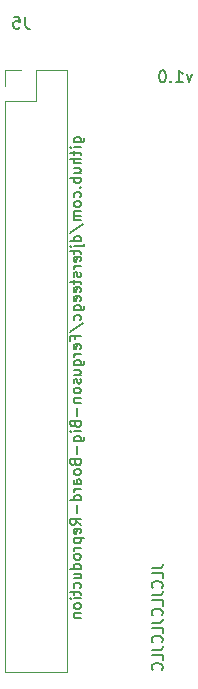
<source format=gbr>
%TF.GenerationSoftware,KiCad,Pcbnew,7.0.7*%
%TF.CreationDate,2023-09-16T00:15:51-05:00*%
%TF.ProjectId,pio-port-blinkenlights,70696f2d-706f-4727-942d-626c696e6b65,rev?*%
%TF.SameCoordinates,Original*%
%TF.FileFunction,Legend,Bot*%
%TF.FilePolarity,Positive*%
%FSLAX46Y46*%
G04 Gerber Fmt 4.6, Leading zero omitted, Abs format (unit mm)*
G04 Created by KiCad (PCBNEW 7.0.7) date 2023-09-16 00:15:51*
%MOMM*%
%LPD*%
G01*
G04 APERTURE LIST*
%ADD10C,0.150000*%
%ADD11C,0.120000*%
G04 APERTURE END LIST*
D10*
X111010458Y-61229952D02*
X110772363Y-61896619D01*
X110772363Y-61896619D02*
X110534268Y-61229952D01*
X109629506Y-61896619D02*
X110200934Y-61896619D01*
X109915220Y-61896619D02*
X109915220Y-60896619D01*
X109915220Y-60896619D02*
X110010458Y-61039476D01*
X110010458Y-61039476D02*
X110105696Y-61134714D01*
X110105696Y-61134714D02*
X110200934Y-61182333D01*
X109200934Y-61801380D02*
X109153315Y-61849000D01*
X109153315Y-61849000D02*
X109200934Y-61896619D01*
X109200934Y-61896619D02*
X109248553Y-61849000D01*
X109248553Y-61849000D02*
X109200934Y-61801380D01*
X109200934Y-61801380D02*
X109200934Y-61896619D01*
X108534268Y-60896619D02*
X108439030Y-60896619D01*
X108439030Y-60896619D02*
X108343792Y-60944238D01*
X108343792Y-60944238D02*
X108296173Y-60991857D01*
X108296173Y-60991857D02*
X108248554Y-61087095D01*
X108248554Y-61087095D02*
X108200935Y-61277571D01*
X108200935Y-61277571D02*
X108200935Y-61515666D01*
X108200935Y-61515666D02*
X108248554Y-61706142D01*
X108248554Y-61706142D02*
X108296173Y-61801380D01*
X108296173Y-61801380D02*
X108343792Y-61849000D01*
X108343792Y-61849000D02*
X108439030Y-61896619D01*
X108439030Y-61896619D02*
X108534268Y-61896619D01*
X108534268Y-61896619D02*
X108629506Y-61849000D01*
X108629506Y-61849000D02*
X108677125Y-61801380D01*
X108677125Y-61801380D02*
X108724744Y-61706142D01*
X108724744Y-61706142D02*
X108772363Y-61515666D01*
X108772363Y-61515666D02*
X108772363Y-61277571D01*
X108772363Y-61277571D02*
X108724744Y-61087095D01*
X108724744Y-61087095D02*
X108677125Y-60991857D01*
X108677125Y-60991857D02*
X108629506Y-60944238D01*
X108629506Y-60944238D02*
X108534268Y-60896619D01*
X100983657Y-66992684D02*
X101712228Y-66992684D01*
X101712228Y-66992684D02*
X101797942Y-66949826D01*
X101797942Y-66949826D02*
X101840800Y-66906969D01*
X101840800Y-66906969D02*
X101883657Y-66821255D01*
X101883657Y-66821255D02*
X101883657Y-66692684D01*
X101883657Y-66692684D02*
X101840800Y-66606969D01*
X101540800Y-66992684D02*
X101583657Y-66906969D01*
X101583657Y-66906969D02*
X101583657Y-66735541D01*
X101583657Y-66735541D02*
X101540800Y-66649826D01*
X101540800Y-66649826D02*
X101497942Y-66606969D01*
X101497942Y-66606969D02*
X101412228Y-66564112D01*
X101412228Y-66564112D02*
X101155085Y-66564112D01*
X101155085Y-66564112D02*
X101069371Y-66606969D01*
X101069371Y-66606969D02*
X101026514Y-66649826D01*
X101026514Y-66649826D02*
X100983657Y-66735541D01*
X100983657Y-66735541D02*
X100983657Y-66906969D01*
X100983657Y-66906969D02*
X101026514Y-66992684D01*
X101583657Y-67421255D02*
X100983657Y-67421255D01*
X100683657Y-67421255D02*
X100726514Y-67378398D01*
X100726514Y-67378398D02*
X100769371Y-67421255D01*
X100769371Y-67421255D02*
X100726514Y-67464112D01*
X100726514Y-67464112D02*
X100683657Y-67421255D01*
X100683657Y-67421255D02*
X100769371Y-67421255D01*
X100983657Y-67721255D02*
X100983657Y-68064112D01*
X100683657Y-67849826D02*
X101455085Y-67849826D01*
X101455085Y-67849826D02*
X101540800Y-67892683D01*
X101540800Y-67892683D02*
X101583657Y-67978398D01*
X101583657Y-67978398D02*
X101583657Y-68064112D01*
X101583657Y-68364112D02*
X100683657Y-68364112D01*
X101583657Y-68749827D02*
X101112228Y-68749827D01*
X101112228Y-68749827D02*
X101026514Y-68706969D01*
X101026514Y-68706969D02*
X100983657Y-68621255D01*
X100983657Y-68621255D02*
X100983657Y-68492684D01*
X100983657Y-68492684D02*
X101026514Y-68406969D01*
X101026514Y-68406969D02*
X101069371Y-68364112D01*
X100983657Y-69564113D02*
X101583657Y-69564113D01*
X100983657Y-69178398D02*
X101455085Y-69178398D01*
X101455085Y-69178398D02*
X101540800Y-69221255D01*
X101540800Y-69221255D02*
X101583657Y-69306970D01*
X101583657Y-69306970D02*
X101583657Y-69435541D01*
X101583657Y-69435541D02*
X101540800Y-69521255D01*
X101540800Y-69521255D02*
X101497942Y-69564113D01*
X101583657Y-69992684D02*
X100683657Y-69992684D01*
X101026514Y-69992684D02*
X100983657Y-70078399D01*
X100983657Y-70078399D02*
X100983657Y-70249827D01*
X100983657Y-70249827D02*
X101026514Y-70335541D01*
X101026514Y-70335541D02*
X101069371Y-70378399D01*
X101069371Y-70378399D02*
X101155085Y-70421256D01*
X101155085Y-70421256D02*
X101412228Y-70421256D01*
X101412228Y-70421256D02*
X101497942Y-70378399D01*
X101497942Y-70378399D02*
X101540800Y-70335541D01*
X101540800Y-70335541D02*
X101583657Y-70249827D01*
X101583657Y-70249827D02*
X101583657Y-70078399D01*
X101583657Y-70078399D02*
X101540800Y-69992684D01*
X101497942Y-70806970D02*
X101540800Y-70849827D01*
X101540800Y-70849827D02*
X101583657Y-70806970D01*
X101583657Y-70806970D02*
X101540800Y-70764113D01*
X101540800Y-70764113D02*
X101497942Y-70806970D01*
X101497942Y-70806970D02*
X101583657Y-70806970D01*
X101540800Y-71621256D02*
X101583657Y-71535541D01*
X101583657Y-71535541D02*
X101583657Y-71364113D01*
X101583657Y-71364113D02*
X101540800Y-71278398D01*
X101540800Y-71278398D02*
X101497942Y-71235541D01*
X101497942Y-71235541D02*
X101412228Y-71192684D01*
X101412228Y-71192684D02*
X101155085Y-71192684D01*
X101155085Y-71192684D02*
X101069371Y-71235541D01*
X101069371Y-71235541D02*
X101026514Y-71278398D01*
X101026514Y-71278398D02*
X100983657Y-71364113D01*
X100983657Y-71364113D02*
X100983657Y-71535541D01*
X100983657Y-71535541D02*
X101026514Y-71621256D01*
X101583657Y-72135542D02*
X101540800Y-72049827D01*
X101540800Y-72049827D02*
X101497942Y-72006970D01*
X101497942Y-72006970D02*
X101412228Y-71964113D01*
X101412228Y-71964113D02*
X101155085Y-71964113D01*
X101155085Y-71964113D02*
X101069371Y-72006970D01*
X101069371Y-72006970D02*
X101026514Y-72049827D01*
X101026514Y-72049827D02*
X100983657Y-72135542D01*
X100983657Y-72135542D02*
X100983657Y-72264113D01*
X100983657Y-72264113D02*
X101026514Y-72349827D01*
X101026514Y-72349827D02*
X101069371Y-72392685D01*
X101069371Y-72392685D02*
X101155085Y-72435542D01*
X101155085Y-72435542D02*
X101412228Y-72435542D01*
X101412228Y-72435542D02*
X101497942Y-72392685D01*
X101497942Y-72392685D02*
X101540800Y-72349827D01*
X101540800Y-72349827D02*
X101583657Y-72264113D01*
X101583657Y-72264113D02*
X101583657Y-72135542D01*
X101583657Y-72821256D02*
X100983657Y-72821256D01*
X101069371Y-72821256D02*
X101026514Y-72864113D01*
X101026514Y-72864113D02*
X100983657Y-72949828D01*
X100983657Y-72949828D02*
X100983657Y-73078399D01*
X100983657Y-73078399D02*
X101026514Y-73164113D01*
X101026514Y-73164113D02*
X101112228Y-73206971D01*
X101112228Y-73206971D02*
X101583657Y-73206971D01*
X101112228Y-73206971D02*
X101026514Y-73249828D01*
X101026514Y-73249828D02*
X100983657Y-73335542D01*
X100983657Y-73335542D02*
X100983657Y-73464113D01*
X100983657Y-73464113D02*
X101026514Y-73549828D01*
X101026514Y-73549828D02*
X101112228Y-73592685D01*
X101112228Y-73592685D02*
X101583657Y-73592685D01*
X100640800Y-74664113D02*
X101797942Y-73892685D01*
X101583657Y-75349828D02*
X100683657Y-75349828D01*
X101540800Y-75349828D02*
X101583657Y-75264113D01*
X101583657Y-75264113D02*
X101583657Y-75092685D01*
X101583657Y-75092685D02*
X101540800Y-75006970D01*
X101540800Y-75006970D02*
X101497942Y-74964113D01*
X101497942Y-74964113D02*
X101412228Y-74921256D01*
X101412228Y-74921256D02*
X101155085Y-74921256D01*
X101155085Y-74921256D02*
X101069371Y-74964113D01*
X101069371Y-74964113D02*
X101026514Y-75006970D01*
X101026514Y-75006970D02*
X100983657Y-75092685D01*
X100983657Y-75092685D02*
X100983657Y-75264113D01*
X100983657Y-75264113D02*
X101026514Y-75349828D01*
X100983657Y-75778399D02*
X101755085Y-75778399D01*
X101755085Y-75778399D02*
X101840800Y-75735542D01*
X101840800Y-75735542D02*
X101883657Y-75649828D01*
X101883657Y-75649828D02*
X101883657Y-75606971D01*
X100683657Y-75778399D02*
X100726514Y-75735542D01*
X100726514Y-75735542D02*
X100769371Y-75778399D01*
X100769371Y-75778399D02*
X100726514Y-75821256D01*
X100726514Y-75821256D02*
X100683657Y-75778399D01*
X100683657Y-75778399D02*
X100769371Y-75778399D01*
X100983657Y-76078399D02*
X100983657Y-76421256D01*
X100683657Y-76206970D02*
X101455085Y-76206970D01*
X101455085Y-76206970D02*
X101540800Y-76249827D01*
X101540800Y-76249827D02*
X101583657Y-76335542D01*
X101583657Y-76335542D02*
X101583657Y-76421256D01*
X101540800Y-77064113D02*
X101583657Y-76978399D01*
X101583657Y-76978399D02*
X101583657Y-76806971D01*
X101583657Y-76806971D02*
X101540800Y-76721256D01*
X101540800Y-76721256D02*
X101455085Y-76678399D01*
X101455085Y-76678399D02*
X101112228Y-76678399D01*
X101112228Y-76678399D02*
X101026514Y-76721256D01*
X101026514Y-76721256D02*
X100983657Y-76806971D01*
X100983657Y-76806971D02*
X100983657Y-76978399D01*
X100983657Y-76978399D02*
X101026514Y-77064113D01*
X101026514Y-77064113D02*
X101112228Y-77106971D01*
X101112228Y-77106971D02*
X101197942Y-77106971D01*
X101197942Y-77106971D02*
X101283657Y-76678399D01*
X101583657Y-77492685D02*
X100983657Y-77492685D01*
X101155085Y-77492685D02*
X101069371Y-77535542D01*
X101069371Y-77535542D02*
X101026514Y-77578400D01*
X101026514Y-77578400D02*
X100983657Y-77664114D01*
X100983657Y-77664114D02*
X100983657Y-77749828D01*
X101540800Y-78006971D02*
X101583657Y-78092685D01*
X101583657Y-78092685D02*
X101583657Y-78264114D01*
X101583657Y-78264114D02*
X101540800Y-78349828D01*
X101540800Y-78349828D02*
X101455085Y-78392685D01*
X101455085Y-78392685D02*
X101412228Y-78392685D01*
X101412228Y-78392685D02*
X101326514Y-78349828D01*
X101326514Y-78349828D02*
X101283657Y-78264114D01*
X101283657Y-78264114D02*
X101283657Y-78135543D01*
X101283657Y-78135543D02*
X101240800Y-78049828D01*
X101240800Y-78049828D02*
X101155085Y-78006971D01*
X101155085Y-78006971D02*
X101112228Y-78006971D01*
X101112228Y-78006971D02*
X101026514Y-78049828D01*
X101026514Y-78049828D02*
X100983657Y-78135543D01*
X100983657Y-78135543D02*
X100983657Y-78264114D01*
X100983657Y-78264114D02*
X101026514Y-78349828D01*
X100983657Y-78649828D02*
X100983657Y-78992685D01*
X100683657Y-78778399D02*
X101455085Y-78778399D01*
X101455085Y-78778399D02*
X101540800Y-78821256D01*
X101540800Y-78821256D02*
X101583657Y-78906971D01*
X101583657Y-78906971D02*
X101583657Y-78992685D01*
X101540800Y-79635542D02*
X101583657Y-79549828D01*
X101583657Y-79549828D02*
X101583657Y-79378400D01*
X101583657Y-79378400D02*
X101540800Y-79292685D01*
X101540800Y-79292685D02*
X101455085Y-79249828D01*
X101455085Y-79249828D02*
X101112228Y-79249828D01*
X101112228Y-79249828D02*
X101026514Y-79292685D01*
X101026514Y-79292685D02*
X100983657Y-79378400D01*
X100983657Y-79378400D02*
X100983657Y-79549828D01*
X100983657Y-79549828D02*
X101026514Y-79635542D01*
X101026514Y-79635542D02*
X101112228Y-79678400D01*
X101112228Y-79678400D02*
X101197942Y-79678400D01*
X101197942Y-79678400D02*
X101283657Y-79249828D01*
X101540800Y-80406971D02*
X101583657Y-80321257D01*
X101583657Y-80321257D02*
X101583657Y-80149829D01*
X101583657Y-80149829D02*
X101540800Y-80064114D01*
X101540800Y-80064114D02*
X101455085Y-80021257D01*
X101455085Y-80021257D02*
X101112228Y-80021257D01*
X101112228Y-80021257D02*
X101026514Y-80064114D01*
X101026514Y-80064114D02*
X100983657Y-80149829D01*
X100983657Y-80149829D02*
X100983657Y-80321257D01*
X100983657Y-80321257D02*
X101026514Y-80406971D01*
X101026514Y-80406971D02*
X101112228Y-80449829D01*
X101112228Y-80449829D02*
X101197942Y-80449829D01*
X101197942Y-80449829D02*
X101283657Y-80021257D01*
X100983657Y-81221258D02*
X101712228Y-81221258D01*
X101712228Y-81221258D02*
X101797942Y-81178400D01*
X101797942Y-81178400D02*
X101840800Y-81135543D01*
X101840800Y-81135543D02*
X101883657Y-81049829D01*
X101883657Y-81049829D02*
X101883657Y-80921258D01*
X101883657Y-80921258D02*
X101840800Y-80835543D01*
X101540800Y-81221258D02*
X101583657Y-81135543D01*
X101583657Y-81135543D02*
X101583657Y-80964115D01*
X101583657Y-80964115D02*
X101540800Y-80878400D01*
X101540800Y-80878400D02*
X101497942Y-80835543D01*
X101497942Y-80835543D02*
X101412228Y-80792686D01*
X101412228Y-80792686D02*
X101155085Y-80792686D01*
X101155085Y-80792686D02*
X101069371Y-80835543D01*
X101069371Y-80835543D02*
X101026514Y-80878400D01*
X101026514Y-80878400D02*
X100983657Y-80964115D01*
X100983657Y-80964115D02*
X100983657Y-81135543D01*
X100983657Y-81135543D02*
X101026514Y-81221258D01*
X101540800Y-82035544D02*
X101583657Y-81949829D01*
X101583657Y-81949829D02*
X101583657Y-81778401D01*
X101583657Y-81778401D02*
X101540800Y-81692686D01*
X101540800Y-81692686D02*
X101497942Y-81649829D01*
X101497942Y-81649829D02*
X101412228Y-81606972D01*
X101412228Y-81606972D02*
X101155085Y-81606972D01*
X101155085Y-81606972D02*
X101069371Y-81649829D01*
X101069371Y-81649829D02*
X101026514Y-81692686D01*
X101026514Y-81692686D02*
X100983657Y-81778401D01*
X100983657Y-81778401D02*
X100983657Y-81949829D01*
X100983657Y-81949829D02*
X101026514Y-82035544D01*
X100640800Y-83064115D02*
X101797942Y-82292687D01*
X101112228Y-83664115D02*
X101112228Y-83364115D01*
X101583657Y-83364115D02*
X100683657Y-83364115D01*
X100683657Y-83364115D02*
X100683657Y-83792687D01*
X101540800Y-84478401D02*
X101583657Y-84392687D01*
X101583657Y-84392687D02*
X101583657Y-84221259D01*
X101583657Y-84221259D02*
X101540800Y-84135544D01*
X101540800Y-84135544D02*
X101455085Y-84092687D01*
X101455085Y-84092687D02*
X101112228Y-84092687D01*
X101112228Y-84092687D02*
X101026514Y-84135544D01*
X101026514Y-84135544D02*
X100983657Y-84221259D01*
X100983657Y-84221259D02*
X100983657Y-84392687D01*
X100983657Y-84392687D02*
X101026514Y-84478401D01*
X101026514Y-84478401D02*
X101112228Y-84521259D01*
X101112228Y-84521259D02*
X101197942Y-84521259D01*
X101197942Y-84521259D02*
X101283657Y-84092687D01*
X101583657Y-84906973D02*
X100983657Y-84906973D01*
X101155085Y-84906973D02*
X101069371Y-84949830D01*
X101069371Y-84949830D02*
X101026514Y-84992688D01*
X101026514Y-84992688D02*
X100983657Y-85078402D01*
X100983657Y-85078402D02*
X100983657Y-85164116D01*
X100983657Y-85849831D02*
X101712228Y-85849831D01*
X101712228Y-85849831D02*
X101797942Y-85806973D01*
X101797942Y-85806973D02*
X101840800Y-85764116D01*
X101840800Y-85764116D02*
X101883657Y-85678402D01*
X101883657Y-85678402D02*
X101883657Y-85549831D01*
X101883657Y-85549831D02*
X101840800Y-85464116D01*
X101540800Y-85849831D02*
X101583657Y-85764116D01*
X101583657Y-85764116D02*
X101583657Y-85592688D01*
X101583657Y-85592688D02*
X101540800Y-85506973D01*
X101540800Y-85506973D02*
X101497942Y-85464116D01*
X101497942Y-85464116D02*
X101412228Y-85421259D01*
X101412228Y-85421259D02*
X101155085Y-85421259D01*
X101155085Y-85421259D02*
X101069371Y-85464116D01*
X101069371Y-85464116D02*
X101026514Y-85506973D01*
X101026514Y-85506973D02*
X100983657Y-85592688D01*
X100983657Y-85592688D02*
X100983657Y-85764116D01*
X100983657Y-85764116D02*
X101026514Y-85849831D01*
X100983657Y-86664117D02*
X101583657Y-86664117D01*
X100983657Y-86278402D02*
X101455085Y-86278402D01*
X101455085Y-86278402D02*
X101540800Y-86321259D01*
X101540800Y-86321259D02*
X101583657Y-86406974D01*
X101583657Y-86406974D02*
X101583657Y-86535545D01*
X101583657Y-86535545D02*
X101540800Y-86621259D01*
X101540800Y-86621259D02*
X101497942Y-86664117D01*
X101540800Y-87049831D02*
X101583657Y-87135545D01*
X101583657Y-87135545D02*
X101583657Y-87306974D01*
X101583657Y-87306974D02*
X101540800Y-87392688D01*
X101540800Y-87392688D02*
X101455085Y-87435545D01*
X101455085Y-87435545D02*
X101412228Y-87435545D01*
X101412228Y-87435545D02*
X101326514Y-87392688D01*
X101326514Y-87392688D02*
X101283657Y-87306974D01*
X101283657Y-87306974D02*
X101283657Y-87178403D01*
X101283657Y-87178403D02*
X101240800Y-87092688D01*
X101240800Y-87092688D02*
X101155085Y-87049831D01*
X101155085Y-87049831D02*
X101112228Y-87049831D01*
X101112228Y-87049831D02*
X101026514Y-87092688D01*
X101026514Y-87092688D02*
X100983657Y-87178403D01*
X100983657Y-87178403D02*
X100983657Y-87306974D01*
X100983657Y-87306974D02*
X101026514Y-87392688D01*
X101583657Y-87949831D02*
X101540800Y-87864116D01*
X101540800Y-87864116D02*
X101497942Y-87821259D01*
X101497942Y-87821259D02*
X101412228Y-87778402D01*
X101412228Y-87778402D02*
X101155085Y-87778402D01*
X101155085Y-87778402D02*
X101069371Y-87821259D01*
X101069371Y-87821259D02*
X101026514Y-87864116D01*
X101026514Y-87864116D02*
X100983657Y-87949831D01*
X100983657Y-87949831D02*
X100983657Y-88078402D01*
X100983657Y-88078402D02*
X101026514Y-88164116D01*
X101026514Y-88164116D02*
X101069371Y-88206974D01*
X101069371Y-88206974D02*
X101155085Y-88249831D01*
X101155085Y-88249831D02*
X101412228Y-88249831D01*
X101412228Y-88249831D02*
X101497942Y-88206974D01*
X101497942Y-88206974D02*
X101540800Y-88164116D01*
X101540800Y-88164116D02*
X101583657Y-88078402D01*
X101583657Y-88078402D02*
X101583657Y-87949831D01*
X100983657Y-88635545D02*
X101583657Y-88635545D01*
X101069371Y-88635545D02*
X101026514Y-88678402D01*
X101026514Y-88678402D02*
X100983657Y-88764117D01*
X100983657Y-88764117D02*
X100983657Y-88892688D01*
X100983657Y-88892688D02*
X101026514Y-88978402D01*
X101026514Y-88978402D02*
X101112228Y-89021260D01*
X101112228Y-89021260D02*
X101583657Y-89021260D01*
X101240800Y-89449831D02*
X101240800Y-90135546D01*
X101112228Y-90864117D02*
X101155085Y-90992689D01*
X101155085Y-90992689D02*
X101197942Y-91035546D01*
X101197942Y-91035546D02*
X101283657Y-91078403D01*
X101283657Y-91078403D02*
X101412228Y-91078403D01*
X101412228Y-91078403D02*
X101497942Y-91035546D01*
X101497942Y-91035546D02*
X101540800Y-90992689D01*
X101540800Y-90992689D02*
X101583657Y-90906974D01*
X101583657Y-90906974D02*
X101583657Y-90564117D01*
X101583657Y-90564117D02*
X100683657Y-90564117D01*
X100683657Y-90564117D02*
X100683657Y-90864117D01*
X100683657Y-90864117D02*
X100726514Y-90949832D01*
X100726514Y-90949832D02*
X100769371Y-90992689D01*
X100769371Y-90992689D02*
X100855085Y-91035546D01*
X100855085Y-91035546D02*
X100940800Y-91035546D01*
X100940800Y-91035546D02*
X101026514Y-90992689D01*
X101026514Y-90992689D02*
X101069371Y-90949832D01*
X101069371Y-90949832D02*
X101112228Y-90864117D01*
X101112228Y-90864117D02*
X101112228Y-90564117D01*
X101583657Y-91464117D02*
X100983657Y-91464117D01*
X100683657Y-91464117D02*
X100726514Y-91421260D01*
X100726514Y-91421260D02*
X100769371Y-91464117D01*
X100769371Y-91464117D02*
X100726514Y-91506974D01*
X100726514Y-91506974D02*
X100683657Y-91464117D01*
X100683657Y-91464117D02*
X100769371Y-91464117D01*
X100983657Y-92278403D02*
X101712228Y-92278403D01*
X101712228Y-92278403D02*
X101797942Y-92235545D01*
X101797942Y-92235545D02*
X101840800Y-92192688D01*
X101840800Y-92192688D02*
X101883657Y-92106974D01*
X101883657Y-92106974D02*
X101883657Y-91978403D01*
X101883657Y-91978403D02*
X101840800Y-91892688D01*
X101540800Y-92278403D02*
X101583657Y-92192688D01*
X101583657Y-92192688D02*
X101583657Y-92021260D01*
X101583657Y-92021260D02*
X101540800Y-91935545D01*
X101540800Y-91935545D02*
X101497942Y-91892688D01*
X101497942Y-91892688D02*
X101412228Y-91849831D01*
X101412228Y-91849831D02*
X101155085Y-91849831D01*
X101155085Y-91849831D02*
X101069371Y-91892688D01*
X101069371Y-91892688D02*
X101026514Y-91935545D01*
X101026514Y-91935545D02*
X100983657Y-92021260D01*
X100983657Y-92021260D02*
X100983657Y-92192688D01*
X100983657Y-92192688D02*
X101026514Y-92278403D01*
X101240800Y-92706974D02*
X101240800Y-93392689D01*
X101112228Y-94121260D02*
X101155085Y-94249832D01*
X101155085Y-94249832D02*
X101197942Y-94292689D01*
X101197942Y-94292689D02*
X101283657Y-94335546D01*
X101283657Y-94335546D02*
X101412228Y-94335546D01*
X101412228Y-94335546D02*
X101497942Y-94292689D01*
X101497942Y-94292689D02*
X101540800Y-94249832D01*
X101540800Y-94249832D02*
X101583657Y-94164117D01*
X101583657Y-94164117D02*
X101583657Y-93821260D01*
X101583657Y-93821260D02*
X100683657Y-93821260D01*
X100683657Y-93821260D02*
X100683657Y-94121260D01*
X100683657Y-94121260D02*
X100726514Y-94206975D01*
X100726514Y-94206975D02*
X100769371Y-94249832D01*
X100769371Y-94249832D02*
X100855085Y-94292689D01*
X100855085Y-94292689D02*
X100940800Y-94292689D01*
X100940800Y-94292689D02*
X101026514Y-94249832D01*
X101026514Y-94249832D02*
X101069371Y-94206975D01*
X101069371Y-94206975D02*
X101112228Y-94121260D01*
X101112228Y-94121260D02*
X101112228Y-93821260D01*
X101583657Y-94849832D02*
X101540800Y-94764117D01*
X101540800Y-94764117D02*
X101497942Y-94721260D01*
X101497942Y-94721260D02*
X101412228Y-94678403D01*
X101412228Y-94678403D02*
X101155085Y-94678403D01*
X101155085Y-94678403D02*
X101069371Y-94721260D01*
X101069371Y-94721260D02*
X101026514Y-94764117D01*
X101026514Y-94764117D02*
X100983657Y-94849832D01*
X100983657Y-94849832D02*
X100983657Y-94978403D01*
X100983657Y-94978403D02*
X101026514Y-95064117D01*
X101026514Y-95064117D02*
X101069371Y-95106975D01*
X101069371Y-95106975D02*
X101155085Y-95149832D01*
X101155085Y-95149832D02*
X101412228Y-95149832D01*
X101412228Y-95149832D02*
X101497942Y-95106975D01*
X101497942Y-95106975D02*
X101540800Y-95064117D01*
X101540800Y-95064117D02*
X101583657Y-94978403D01*
X101583657Y-94978403D02*
X101583657Y-94849832D01*
X101583657Y-95921261D02*
X101112228Y-95921261D01*
X101112228Y-95921261D02*
X101026514Y-95878403D01*
X101026514Y-95878403D02*
X100983657Y-95792689D01*
X100983657Y-95792689D02*
X100983657Y-95621261D01*
X100983657Y-95621261D02*
X101026514Y-95535546D01*
X101540800Y-95921261D02*
X101583657Y-95835546D01*
X101583657Y-95835546D02*
X101583657Y-95621261D01*
X101583657Y-95621261D02*
X101540800Y-95535546D01*
X101540800Y-95535546D02*
X101455085Y-95492689D01*
X101455085Y-95492689D02*
X101369371Y-95492689D01*
X101369371Y-95492689D02*
X101283657Y-95535546D01*
X101283657Y-95535546D02*
X101240800Y-95621261D01*
X101240800Y-95621261D02*
X101240800Y-95835546D01*
X101240800Y-95835546D02*
X101197942Y-95921261D01*
X101583657Y-96349832D02*
X100983657Y-96349832D01*
X101155085Y-96349832D02*
X101069371Y-96392689D01*
X101069371Y-96392689D02*
X101026514Y-96435547D01*
X101026514Y-96435547D02*
X100983657Y-96521261D01*
X100983657Y-96521261D02*
X100983657Y-96606975D01*
X101583657Y-97292690D02*
X100683657Y-97292690D01*
X101540800Y-97292690D02*
X101583657Y-97206975D01*
X101583657Y-97206975D02*
X101583657Y-97035547D01*
X101583657Y-97035547D02*
X101540800Y-96949832D01*
X101540800Y-96949832D02*
X101497942Y-96906975D01*
X101497942Y-96906975D02*
X101412228Y-96864118D01*
X101412228Y-96864118D02*
X101155085Y-96864118D01*
X101155085Y-96864118D02*
X101069371Y-96906975D01*
X101069371Y-96906975D02*
X101026514Y-96949832D01*
X101026514Y-96949832D02*
X100983657Y-97035547D01*
X100983657Y-97035547D02*
X100983657Y-97206975D01*
X100983657Y-97206975D02*
X101026514Y-97292690D01*
X101240800Y-97721261D02*
X101240800Y-98406976D01*
X101583657Y-99349833D02*
X101155085Y-99049833D01*
X101583657Y-98835547D02*
X100683657Y-98835547D01*
X100683657Y-98835547D02*
X100683657Y-99178404D01*
X100683657Y-99178404D02*
X100726514Y-99264119D01*
X100726514Y-99264119D02*
X100769371Y-99306976D01*
X100769371Y-99306976D02*
X100855085Y-99349833D01*
X100855085Y-99349833D02*
X100983657Y-99349833D01*
X100983657Y-99349833D02*
X101069371Y-99306976D01*
X101069371Y-99306976D02*
X101112228Y-99264119D01*
X101112228Y-99264119D02*
X101155085Y-99178404D01*
X101155085Y-99178404D02*
X101155085Y-98835547D01*
X101540800Y-100078404D02*
X101583657Y-99992690D01*
X101583657Y-99992690D02*
X101583657Y-99821262D01*
X101583657Y-99821262D02*
X101540800Y-99735547D01*
X101540800Y-99735547D02*
X101455085Y-99692690D01*
X101455085Y-99692690D02*
X101112228Y-99692690D01*
X101112228Y-99692690D02*
X101026514Y-99735547D01*
X101026514Y-99735547D02*
X100983657Y-99821262D01*
X100983657Y-99821262D02*
X100983657Y-99992690D01*
X100983657Y-99992690D02*
X101026514Y-100078404D01*
X101026514Y-100078404D02*
X101112228Y-100121262D01*
X101112228Y-100121262D02*
X101197942Y-100121262D01*
X101197942Y-100121262D02*
X101283657Y-99692690D01*
X100983657Y-100506976D02*
X101883657Y-100506976D01*
X101026514Y-100506976D02*
X100983657Y-100592691D01*
X100983657Y-100592691D02*
X100983657Y-100764119D01*
X100983657Y-100764119D02*
X101026514Y-100849833D01*
X101026514Y-100849833D02*
X101069371Y-100892691D01*
X101069371Y-100892691D02*
X101155085Y-100935548D01*
X101155085Y-100935548D02*
X101412228Y-100935548D01*
X101412228Y-100935548D02*
X101497942Y-100892691D01*
X101497942Y-100892691D02*
X101540800Y-100849833D01*
X101540800Y-100849833D02*
X101583657Y-100764119D01*
X101583657Y-100764119D02*
X101583657Y-100592691D01*
X101583657Y-100592691D02*
X101540800Y-100506976D01*
X101583657Y-101321262D02*
X100983657Y-101321262D01*
X101155085Y-101321262D02*
X101069371Y-101364119D01*
X101069371Y-101364119D02*
X101026514Y-101406977D01*
X101026514Y-101406977D02*
X100983657Y-101492691D01*
X100983657Y-101492691D02*
X100983657Y-101578405D01*
X101583657Y-102006977D02*
X101540800Y-101921262D01*
X101540800Y-101921262D02*
X101497942Y-101878405D01*
X101497942Y-101878405D02*
X101412228Y-101835548D01*
X101412228Y-101835548D02*
X101155085Y-101835548D01*
X101155085Y-101835548D02*
X101069371Y-101878405D01*
X101069371Y-101878405D02*
X101026514Y-101921262D01*
X101026514Y-101921262D02*
X100983657Y-102006977D01*
X100983657Y-102006977D02*
X100983657Y-102135548D01*
X100983657Y-102135548D02*
X101026514Y-102221262D01*
X101026514Y-102221262D02*
X101069371Y-102264120D01*
X101069371Y-102264120D02*
X101155085Y-102306977D01*
X101155085Y-102306977D02*
X101412228Y-102306977D01*
X101412228Y-102306977D02*
X101497942Y-102264120D01*
X101497942Y-102264120D02*
X101540800Y-102221262D01*
X101540800Y-102221262D02*
X101583657Y-102135548D01*
X101583657Y-102135548D02*
X101583657Y-102006977D01*
X101583657Y-103078406D02*
X100683657Y-103078406D01*
X101540800Y-103078406D02*
X101583657Y-102992691D01*
X101583657Y-102992691D02*
X101583657Y-102821263D01*
X101583657Y-102821263D02*
X101540800Y-102735548D01*
X101540800Y-102735548D02*
X101497942Y-102692691D01*
X101497942Y-102692691D02*
X101412228Y-102649834D01*
X101412228Y-102649834D02*
X101155085Y-102649834D01*
X101155085Y-102649834D02*
X101069371Y-102692691D01*
X101069371Y-102692691D02*
X101026514Y-102735548D01*
X101026514Y-102735548D02*
X100983657Y-102821263D01*
X100983657Y-102821263D02*
X100983657Y-102992691D01*
X100983657Y-102992691D02*
X101026514Y-103078406D01*
X100983657Y-103892692D02*
X101583657Y-103892692D01*
X100983657Y-103506977D02*
X101455085Y-103506977D01*
X101455085Y-103506977D02*
X101540800Y-103549834D01*
X101540800Y-103549834D02*
X101583657Y-103635549D01*
X101583657Y-103635549D02*
X101583657Y-103764120D01*
X101583657Y-103764120D02*
X101540800Y-103849834D01*
X101540800Y-103849834D02*
X101497942Y-103892692D01*
X101540800Y-104706978D02*
X101583657Y-104621263D01*
X101583657Y-104621263D02*
X101583657Y-104449835D01*
X101583657Y-104449835D02*
X101540800Y-104364120D01*
X101540800Y-104364120D02*
X101497942Y-104321263D01*
X101497942Y-104321263D02*
X101412228Y-104278406D01*
X101412228Y-104278406D02*
X101155085Y-104278406D01*
X101155085Y-104278406D02*
X101069371Y-104321263D01*
X101069371Y-104321263D02*
X101026514Y-104364120D01*
X101026514Y-104364120D02*
X100983657Y-104449835D01*
X100983657Y-104449835D02*
X100983657Y-104621263D01*
X100983657Y-104621263D02*
X101026514Y-104706978D01*
X100983657Y-104964121D02*
X100983657Y-105306978D01*
X100683657Y-105092692D02*
X101455085Y-105092692D01*
X101455085Y-105092692D02*
X101540800Y-105135549D01*
X101540800Y-105135549D02*
X101583657Y-105221264D01*
X101583657Y-105221264D02*
X101583657Y-105306978D01*
X101583657Y-105606978D02*
X100983657Y-105606978D01*
X100683657Y-105606978D02*
X100726514Y-105564121D01*
X100726514Y-105564121D02*
X100769371Y-105606978D01*
X100769371Y-105606978D02*
X100726514Y-105649835D01*
X100726514Y-105649835D02*
X100683657Y-105606978D01*
X100683657Y-105606978D02*
X100769371Y-105606978D01*
X101583657Y-106164121D02*
X101540800Y-106078406D01*
X101540800Y-106078406D02*
X101497942Y-106035549D01*
X101497942Y-106035549D02*
X101412228Y-105992692D01*
X101412228Y-105992692D02*
X101155085Y-105992692D01*
X101155085Y-105992692D02*
X101069371Y-106035549D01*
X101069371Y-106035549D02*
X101026514Y-106078406D01*
X101026514Y-106078406D02*
X100983657Y-106164121D01*
X100983657Y-106164121D02*
X100983657Y-106292692D01*
X100983657Y-106292692D02*
X101026514Y-106378406D01*
X101026514Y-106378406D02*
X101069371Y-106421264D01*
X101069371Y-106421264D02*
X101155085Y-106464121D01*
X101155085Y-106464121D02*
X101412228Y-106464121D01*
X101412228Y-106464121D02*
X101497942Y-106421264D01*
X101497942Y-106421264D02*
X101540800Y-106378406D01*
X101540800Y-106378406D02*
X101583657Y-106292692D01*
X101583657Y-106292692D02*
X101583657Y-106164121D01*
X100983657Y-106849835D02*
X101583657Y-106849835D01*
X101069371Y-106849835D02*
X101026514Y-106892692D01*
X101026514Y-106892692D02*
X100983657Y-106978407D01*
X100983657Y-106978407D02*
X100983657Y-107106978D01*
X100983657Y-107106978D02*
X101026514Y-107192692D01*
X101026514Y-107192692D02*
X101112228Y-107235550D01*
X101112228Y-107235550D02*
X101583657Y-107235550D01*
X107592457Y-103033712D02*
X108235314Y-103033712D01*
X108235314Y-103033712D02*
X108363885Y-102990855D01*
X108363885Y-102990855D02*
X108449600Y-102905141D01*
X108449600Y-102905141D02*
X108492457Y-102776569D01*
X108492457Y-102776569D02*
X108492457Y-102690855D01*
X108492457Y-103890855D02*
X108492457Y-103462283D01*
X108492457Y-103462283D02*
X107592457Y-103462283D01*
X108406742Y-104705140D02*
X108449600Y-104662283D01*
X108449600Y-104662283D02*
X108492457Y-104533711D01*
X108492457Y-104533711D02*
X108492457Y-104447997D01*
X108492457Y-104447997D02*
X108449600Y-104319426D01*
X108449600Y-104319426D02*
X108363885Y-104233711D01*
X108363885Y-104233711D02*
X108278171Y-104190854D01*
X108278171Y-104190854D02*
X108106742Y-104147997D01*
X108106742Y-104147997D02*
X107978171Y-104147997D01*
X107978171Y-104147997D02*
X107806742Y-104190854D01*
X107806742Y-104190854D02*
X107721028Y-104233711D01*
X107721028Y-104233711D02*
X107635314Y-104319426D01*
X107635314Y-104319426D02*
X107592457Y-104447997D01*
X107592457Y-104447997D02*
X107592457Y-104533711D01*
X107592457Y-104533711D02*
X107635314Y-104662283D01*
X107635314Y-104662283D02*
X107678171Y-104705140D01*
X107592457Y-105347997D02*
X108235314Y-105347997D01*
X108235314Y-105347997D02*
X108363885Y-105305140D01*
X108363885Y-105305140D02*
X108449600Y-105219426D01*
X108449600Y-105219426D02*
X108492457Y-105090854D01*
X108492457Y-105090854D02*
X108492457Y-105005140D01*
X108492457Y-106205140D02*
X108492457Y-105776568D01*
X108492457Y-105776568D02*
X107592457Y-105776568D01*
X108406742Y-107019425D02*
X108449600Y-106976568D01*
X108449600Y-106976568D02*
X108492457Y-106847996D01*
X108492457Y-106847996D02*
X108492457Y-106762282D01*
X108492457Y-106762282D02*
X108449600Y-106633711D01*
X108449600Y-106633711D02*
X108363885Y-106547996D01*
X108363885Y-106547996D02*
X108278171Y-106505139D01*
X108278171Y-106505139D02*
X108106742Y-106462282D01*
X108106742Y-106462282D02*
X107978171Y-106462282D01*
X107978171Y-106462282D02*
X107806742Y-106505139D01*
X107806742Y-106505139D02*
X107721028Y-106547996D01*
X107721028Y-106547996D02*
X107635314Y-106633711D01*
X107635314Y-106633711D02*
X107592457Y-106762282D01*
X107592457Y-106762282D02*
X107592457Y-106847996D01*
X107592457Y-106847996D02*
X107635314Y-106976568D01*
X107635314Y-106976568D02*
X107678171Y-107019425D01*
X107592457Y-107662282D02*
X108235314Y-107662282D01*
X108235314Y-107662282D02*
X108363885Y-107619425D01*
X108363885Y-107619425D02*
X108449600Y-107533711D01*
X108449600Y-107533711D02*
X108492457Y-107405139D01*
X108492457Y-107405139D02*
X108492457Y-107319425D01*
X108492457Y-108519425D02*
X108492457Y-108090853D01*
X108492457Y-108090853D02*
X107592457Y-108090853D01*
X108406742Y-109333710D02*
X108449600Y-109290853D01*
X108449600Y-109290853D02*
X108492457Y-109162281D01*
X108492457Y-109162281D02*
X108492457Y-109076567D01*
X108492457Y-109076567D02*
X108449600Y-108947996D01*
X108449600Y-108947996D02*
X108363885Y-108862281D01*
X108363885Y-108862281D02*
X108278171Y-108819424D01*
X108278171Y-108819424D02*
X108106742Y-108776567D01*
X108106742Y-108776567D02*
X107978171Y-108776567D01*
X107978171Y-108776567D02*
X107806742Y-108819424D01*
X107806742Y-108819424D02*
X107721028Y-108862281D01*
X107721028Y-108862281D02*
X107635314Y-108947996D01*
X107635314Y-108947996D02*
X107592457Y-109076567D01*
X107592457Y-109076567D02*
X107592457Y-109162281D01*
X107592457Y-109162281D02*
X107635314Y-109290853D01*
X107635314Y-109290853D02*
X107678171Y-109333710D01*
X107592457Y-109976567D02*
X108235314Y-109976567D01*
X108235314Y-109976567D02*
X108363885Y-109933710D01*
X108363885Y-109933710D02*
X108449600Y-109847996D01*
X108449600Y-109847996D02*
X108492457Y-109719424D01*
X108492457Y-109719424D02*
X108492457Y-109633710D01*
X108492457Y-110833710D02*
X108492457Y-110405138D01*
X108492457Y-110405138D02*
X107592457Y-110405138D01*
X108406742Y-111647995D02*
X108449600Y-111605138D01*
X108449600Y-111605138D02*
X108492457Y-111476566D01*
X108492457Y-111476566D02*
X108492457Y-111390852D01*
X108492457Y-111390852D02*
X108449600Y-111262281D01*
X108449600Y-111262281D02*
X108363885Y-111176566D01*
X108363885Y-111176566D02*
X108278171Y-111133709D01*
X108278171Y-111133709D02*
X108106742Y-111090852D01*
X108106742Y-111090852D02*
X107978171Y-111090852D01*
X107978171Y-111090852D02*
X107806742Y-111133709D01*
X107806742Y-111133709D02*
X107721028Y-111176566D01*
X107721028Y-111176566D02*
X107635314Y-111262281D01*
X107635314Y-111262281D02*
X107592457Y-111390852D01*
X107592457Y-111390852D02*
X107592457Y-111476566D01*
X107592457Y-111476566D02*
X107635314Y-111605138D01*
X107635314Y-111605138D02*
X107678171Y-111647995D01*
X96853333Y-56350819D02*
X96853333Y-57065104D01*
X96853333Y-57065104D02*
X96900952Y-57207961D01*
X96900952Y-57207961D02*
X96996190Y-57303200D01*
X96996190Y-57303200D02*
X97139047Y-57350819D01*
X97139047Y-57350819D02*
X97234285Y-57350819D01*
X95900952Y-56350819D02*
X96377142Y-56350819D01*
X96377142Y-56350819D02*
X96424761Y-56827009D01*
X96424761Y-56827009D02*
X96377142Y-56779390D01*
X96377142Y-56779390D02*
X96281904Y-56731771D01*
X96281904Y-56731771D02*
X96043809Y-56731771D01*
X96043809Y-56731771D02*
X95948571Y-56779390D01*
X95948571Y-56779390D02*
X95900952Y-56827009D01*
X95900952Y-56827009D02*
X95853333Y-56922247D01*
X95853333Y-56922247D02*
X95853333Y-57160342D01*
X95853333Y-57160342D02*
X95900952Y-57255580D01*
X95900952Y-57255580D02*
X95948571Y-57303200D01*
X95948571Y-57303200D02*
X96043809Y-57350819D01*
X96043809Y-57350819D02*
X96281904Y-57350819D01*
X96281904Y-57350819D02*
X96377142Y-57303200D01*
X96377142Y-57303200D02*
X96424761Y-57255580D01*
D11*
%TO.C,J5*%
X100390000Y-111820000D02*
X95190000Y-111820000D01*
X100390000Y-60900000D02*
X100390000Y-111820000D01*
X100390000Y-60900000D02*
X97790000Y-60900000D01*
X97790000Y-63500000D02*
X95190000Y-63500000D01*
X97790000Y-60900000D02*
X97790000Y-63500000D01*
X96520000Y-60900000D02*
X95190000Y-60900000D01*
X95190000Y-63500000D02*
X95190000Y-111820000D01*
X95190000Y-60900000D02*
X95190000Y-62230000D01*
%TD*%
M02*

</source>
